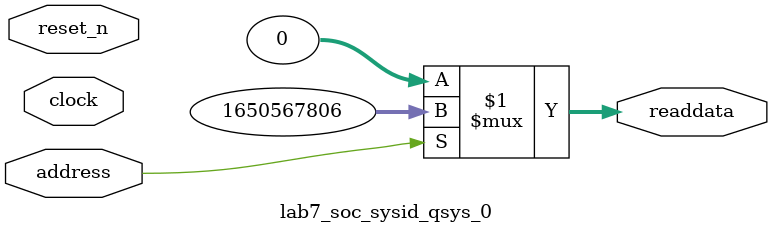
<source format=v>



// synthesis translate_off
`timescale 1ns / 1ps
// synthesis translate_on

// turn off superfluous verilog processor warnings 
// altera message_level Level1 
// altera message_off 10034 10035 10036 10037 10230 10240 10030 

module lab7_soc_sysid_qsys_0 (
               // inputs:
                address,
                clock,
                reset_n,

               // outputs:
                readdata
             )
;

  output  [ 31: 0] readdata;
  input            address;
  input            clock;
  input            reset_n;

  wire    [ 31: 0] readdata;
  //control_slave, which is an e_avalon_slave
  assign readdata = address ? 1650567806 : 0;

endmodule



</source>
